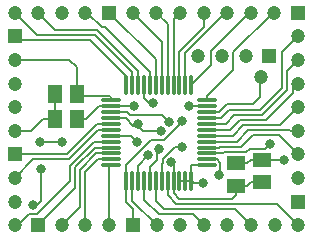
<source format=gtl>
%FSLAX25Y25*%
%MOIN*%
G70*
G01*
G75*
G04 Layer_Physical_Order=1*
G04 Layer_Color=255*
%ADD10R,0.05906X0.05118*%
%ADD11O,0.06890X0.01181*%
%ADD12O,0.01181X0.06890*%
%ADD13R,0.05118X0.05906*%
%ADD14C,0.00700*%
%ADD15C,0.04724*%
%ADD16R,0.04724X0.04724*%
%ADD17R,0.04724X0.04724*%
%ADD18C,0.03150*%
D10*
X86360Y25724D02*
D03*
Y18244D02*
D03*
X77660Y17069D02*
D03*
Y24549D02*
D03*
D11*
X35916Y23882D02*
D03*
Y25851D02*
D03*
Y27819D02*
D03*
Y29788D02*
D03*
Y31756D02*
D03*
Y33725D02*
D03*
Y35693D02*
D03*
Y37662D02*
D03*
Y39630D02*
D03*
Y41599D02*
D03*
Y43567D02*
D03*
Y45536D02*
D03*
X68003D02*
D03*
Y43567D02*
D03*
Y41599D02*
D03*
Y39630D02*
D03*
Y37662D02*
D03*
Y35693D02*
D03*
Y33725D02*
D03*
Y31756D02*
D03*
Y29788D02*
D03*
Y27819D02*
D03*
Y25851D02*
D03*
Y23882D02*
D03*
D12*
X41133Y50752D02*
D03*
X43101D02*
D03*
X45070D02*
D03*
X47038D02*
D03*
X49007D02*
D03*
X50975D02*
D03*
X52944D02*
D03*
X54912D02*
D03*
X56881D02*
D03*
X58849D02*
D03*
X60818D02*
D03*
X62786D02*
D03*
Y18666D02*
D03*
X60818D02*
D03*
X58849D02*
D03*
X56881D02*
D03*
X54912D02*
D03*
X52944D02*
D03*
X50975D02*
D03*
X49007D02*
D03*
X47038D02*
D03*
X45070D02*
D03*
X43101D02*
D03*
X41133D02*
D03*
D13*
X17320Y39409D02*
D03*
X24800D02*
D03*
X17220Y47709D02*
D03*
X24700D02*
D03*
D14*
X10044Y9299D02*
X12806Y12061D01*
X10044Y9299D02*
Y10524D01*
X22209Y18552D02*
Y23663D01*
X11255Y7599D02*
X22209Y18552D01*
X4507Y3267D02*
X8838Y7599D01*
X3887Y3887D02*
X4507Y3267D01*
X8838Y7599D02*
X11255D01*
X12806Y12061D02*
Y22477D01*
X12334Y31552D02*
X12334Y31552D01*
X19594D01*
X50159Y43433D02*
Y44523D01*
X51563Y35273D02*
X52560D01*
X53771Y32348D02*
X59697Y38274D01*
X51348Y32348D02*
X53771D01*
X51348Y32348D02*
X51348Y32348D01*
X49512Y32348D02*
X51348D01*
X52145Y29423D02*
Y29943D01*
X53210Y26029D02*
X57236Y30056D01*
X56134Y24818D02*
X57031Y25714D01*
X42350Y40637D02*
X53064D01*
X57236Y30056D02*
X59695D01*
X43557Y43567D02*
X43562Y43562D01*
X41389Y41599D02*
X42350Y40637D01*
X35916Y41599D02*
X41389D01*
X40953Y39630D02*
X43483Y37100D01*
X35916Y39630D02*
X40953D01*
X53064Y40637D02*
X55437Y38265D01*
X41133Y23969D02*
X49512Y32348D01*
X45070Y23770D02*
X48500Y27200D01*
X53210Y24566D02*
Y26029D01*
X3887Y27509D02*
X21246D01*
X10061Y25809D02*
X21950D01*
X21246Y27509D02*
X31399Y37662D01*
X21950Y25809D02*
X31835Y35693D01*
X42800Y33725D02*
X44776Y31749D01*
X44900Y37100D02*
Y37598D01*
X49007Y23200D02*
X51510Y25703D01*
Y30578D02*
X52145Y29943D01*
X51510Y25703D02*
Y30578D01*
X49007Y18666D02*
Y23200D01*
X52944Y18666D02*
Y24300D01*
X53210Y24566D01*
X58750Y12751D02*
X76518D01*
X57850Y11050D02*
X91318D01*
X53745Y9300D02*
X77321D01*
X41133Y18666D02*
Y23969D01*
X45070Y18666D02*
Y23770D01*
X35382Y3887D02*
Y23348D01*
X35916Y23882D01*
X59697Y38274D02*
Y38735D01*
X57031Y18815D02*
Y25714D01*
X62088Y43567D02*
X68003D01*
Y46821D02*
X76813Y55631D01*
X68003Y45536D02*
Y46821D01*
X76813Y55631D02*
Y61590D01*
X44900Y37100D02*
X46660Y35340D01*
X89976Y74753D02*
X90501D01*
X76813Y61590D02*
X89976Y74753D01*
X73983Y66593D02*
X82143Y74753D01*
X69308Y57274D02*
Y61960D01*
X73941Y66593D02*
X73983D01*
X69308Y61960D02*
X73941Y66593D01*
X62786Y50752D02*
X69308Y57274D01*
X73836Y74362D02*
X74753D01*
Y74753D01*
X60818Y61343D02*
X73836Y74362D01*
X60818Y50752D02*
Y61343D01*
X58849Y61779D02*
X66879Y69809D01*
Y74753D01*
X58849Y50752D02*
Y61779D01*
X47038Y46300D02*
X50032Y43306D01*
X31326Y69116D02*
X45070Y55372D01*
X28093Y74753D02*
X32900Y69946D01*
X34153D01*
X49007Y55092D01*
X17398Y69116D02*
X31326D01*
X45070Y50752D02*
Y55372D01*
X49007Y50752D02*
Y55092D01*
X43101Y50752D02*
Y54937D01*
X30622Y67416D02*
X43101Y54937D01*
X11224Y67416D02*
X30622D01*
X5050Y65716D02*
X28900D01*
X41133Y50752D02*
Y53483D01*
X28900Y65716D02*
X41133Y53483D01*
X24700Y47709D02*
Y56500D01*
X3887Y59005D02*
X22195D01*
X24700Y56500D01*
X43483Y37100D02*
X44900D01*
X35916Y43567D02*
X43557D01*
X50032Y43306D02*
X50159Y43433D01*
X27508Y3887D02*
Y21750D01*
X25808Y10061D02*
Y22454D01*
X11760Y3887D02*
X24108Y16235D01*
Y23158D01*
X27508Y21750D02*
X31609Y25851D01*
X25808Y22454D02*
X31173Y27819D01*
X24108Y23158D02*
X30633Y29683D01*
X22209Y23663D02*
X30302Y31756D01*
X3887Y35383D02*
X9491D01*
X13517Y39409D01*
X17320D01*
X30302Y31756D02*
X35916D01*
X30633Y29683D02*
X33587D01*
X31173Y27819D02*
X35916D01*
X31609Y25851D02*
X35916D01*
X31399Y37662D02*
X35916D01*
X31835Y35693D02*
X35916D01*
X33587Y29788D02*
X35916D01*
X33587Y29683D02*
Y29788D01*
X17220Y39509D02*
Y47709D01*
X25339Y47070D02*
X35389D01*
X24700Y47709D02*
X25339Y47070D01*
X27837Y39409D02*
X31995Y43567D01*
X27509Y74753D02*
X28093D01*
X31995Y43567D02*
X35916D01*
X24800Y39409D02*
X27837D01*
X11761Y74753D02*
X17398Y69116D01*
X3887Y74753D02*
X11224Y67416D01*
X47038Y46300D02*
Y50752D01*
X60818Y18666D02*
X62786D01*
X77660Y24549D02*
X81400D01*
X82575Y25724D01*
X86360D01*
X60818Y18600D02*
Y18666D01*
X58849Y18600D02*
Y18666D01*
X62786D02*
Y23882D01*
X68003D01*
X77660Y17069D02*
X81400D01*
X82575Y18244D01*
X86360D01*
X96688Y49337D02*
X98482Y51131D01*
X92450Y37225D02*
X98482Y43257D01*
X35916Y33725D02*
X42800D01*
X54912Y13988D02*
Y18666D01*
X56881Y14619D02*
Y18666D01*
X47038Y12462D02*
Y18666D01*
Y12462D02*
X51900Y7600D01*
X63272D01*
X66986Y3887D01*
X50975Y12069D02*
Y18666D01*
Y12069D02*
X53745Y9300D01*
X77321D02*
X82734Y3887D01*
X56881Y72629D02*
X59005Y74753D01*
X94770Y55293D02*
X98482Y59005D01*
X93070Y61467D02*
X98482Y66879D01*
X82300Y29333D02*
X87433D01*
X81125Y28158D02*
X82300Y29333D01*
X73700Y28158D02*
X81125D01*
X73361Y27819D02*
X73700Y28158D01*
X68003Y27819D02*
X73361D01*
X93483Y35525D02*
X98482Y35383D01*
X43101Y12023D02*
Y18666D01*
Y12023D02*
X51238Y3887D01*
X3887Y19635D02*
X10061Y25809D01*
X19634Y3887D02*
X25808Y10061D01*
X43364Y3887D02*
Y9357D01*
X56881Y14619D02*
X58750Y12751D01*
X54912Y13988D02*
X57850Y11050D01*
X91318D02*
X98482Y3887D01*
X76518Y12751D02*
X77660Y13892D01*
Y17069D01*
X62786Y18666D02*
X62877Y18756D01*
X58849Y18600D02*
X60818D01*
X17220Y39509D02*
X17320Y39409D01*
X62877Y18756D02*
X63766Y17867D01*
X66704D01*
X72320Y20524D02*
X72500D01*
X96688Y47814D02*
Y49337D01*
X68003Y41599D02*
X72095D01*
X68003Y37662D02*
X74231D01*
X68003Y39630D02*
X72800D01*
X72095Y41599D02*
X74664Y44168D01*
X86360Y25724D02*
X93700D01*
X87433Y29333D02*
X89000Y30900D01*
X92166Y33825D02*
X98482Y27509D01*
X68003Y25851D02*
X71209D01*
X72500Y24560D01*
Y20524D02*
Y24560D01*
X68003Y29788D02*
X71886D01*
X71957Y29858D01*
X68003Y35693D02*
X75719D01*
X68003Y31756D02*
X77980D01*
X68003Y33725D02*
X76549D01*
X71957Y29858D02*
X79482D01*
X72800Y39630D02*
X75495Y42325D01*
X74231Y37662D02*
X77195Y40625D01*
X75719Y35693D02*
X78950Y38925D01*
X87799D02*
X96688Y47814D01*
X79482Y29858D02*
X83449Y33825D01*
X92166D01*
X77980Y31756D02*
X81749Y35525D01*
X93483D01*
X76549Y33725D02*
X80049Y37225D01*
X92450D01*
X78950Y38925D02*
X87799D01*
X74664Y44168D02*
X83440D01*
X86438Y40625D02*
X94770Y48957D01*
X85734Y42325D02*
X93070Y49661D01*
X75495Y42325D02*
X85734D01*
X93070Y49661D02*
Y61467D01*
X77195Y40625D02*
X86438D01*
X94770Y48957D02*
Y55293D01*
X83440Y44168D02*
X85817Y46544D01*
Y53101D01*
X85935Y53219D01*
X82143Y74753D02*
X82627D01*
X51131D02*
X54912Y70972D01*
X56881Y50752D02*
Y72629D01*
X54912Y50752D02*
Y70972D01*
X52944Y50752D02*
Y65066D01*
X43257Y74753D02*
X52944Y65066D01*
X35383Y74753D02*
X50975Y59161D01*
Y50752D02*
Y59161D01*
X3887Y66879D02*
X5050Y65716D01*
X35389Y47070D02*
X35916Y46543D01*
Y45536D02*
Y46543D01*
X51496Y35340D02*
X51563Y35273D01*
X46660Y35340D02*
X51496D01*
X56881Y18666D02*
X57031Y18815D01*
X72141Y20703D02*
X72320Y20524D01*
X41133Y11587D02*
X43364Y9357D01*
X41133Y11587D02*
Y18666D01*
D15*
X65146Y60422D02*
D03*
X73020D02*
D03*
X80895D02*
D03*
X90501Y74753D02*
D03*
X82627D02*
D03*
X74753D02*
D03*
X66879D02*
D03*
X59005D02*
D03*
X51131D02*
D03*
X43257D02*
D03*
X3887Y35383D02*
D03*
Y43257D02*
D03*
Y51131D02*
D03*
Y59005D02*
D03*
X35382Y3887D02*
D03*
X27508D02*
D03*
X19634D02*
D03*
X98482Y19635D02*
D03*
Y27509D02*
D03*
Y35383D02*
D03*
Y43257D02*
D03*
Y51131D02*
D03*
Y59005D02*
D03*
Y66879D02*
D03*
X51238Y3887D02*
D03*
X59112D02*
D03*
X66986D02*
D03*
X74860D02*
D03*
X82734D02*
D03*
X90608D02*
D03*
X98482D02*
D03*
X3887Y74753D02*
D03*
X11761D02*
D03*
X19635D02*
D03*
X27509D02*
D03*
X3887Y3887D02*
D03*
Y11761D02*
D03*
Y19635D02*
D03*
X85935Y53219D02*
D03*
D16*
X88769Y60422D02*
D03*
X98375Y74753D02*
D03*
X11760Y3887D02*
D03*
X43364D02*
D03*
X35383Y74753D02*
D03*
D17*
X3887Y66879D02*
D03*
X98482Y11761D02*
D03*
X3887Y27509D02*
D03*
D18*
X10044Y10524D02*
D03*
X12806Y22477D02*
D03*
X12334Y31552D02*
D03*
X19594Y31552D02*
D03*
X50159Y44523D02*
D03*
X52560Y35273D02*
D03*
X52145Y29423D02*
D03*
X56134Y24818D02*
D03*
X59695Y30056D02*
D03*
X43562Y43562D02*
D03*
X55437Y38265D02*
D03*
X48500Y27200D02*
D03*
X44776Y31749D02*
D03*
X44900Y37598D02*
D03*
X59697Y38735D02*
D03*
X62088Y43567D02*
D03*
X66704Y17867D02*
D03*
X93700Y25724D02*
D03*
X89000Y30900D02*
D03*
X72141Y20703D02*
D03*
M02*

</source>
